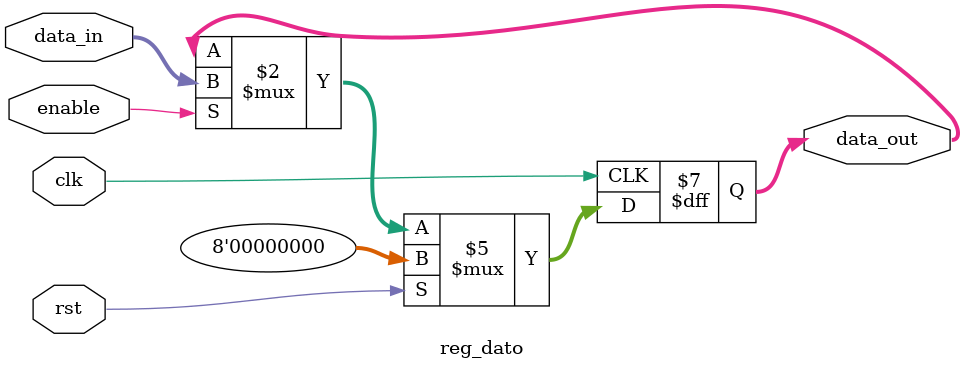
<source format=v>
`timescale 1ns / 1ps

module reg_dato(
input clk,
input rst,
input enable,
input [7:0] data_in,
output reg [7:0] data_out
);

always @(posedge clk)
      if (rst) begin
         data_out <= 0;
      end else if (enable) begin
         data_out <= data_in;
      end
endmodule

</source>
